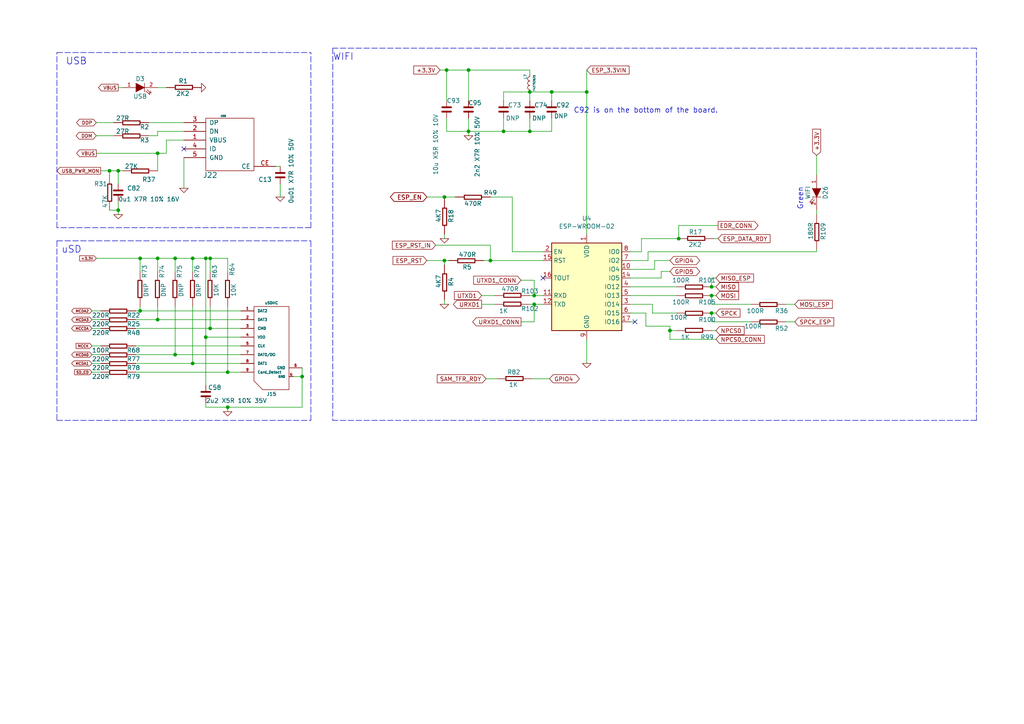
<source format=kicad_sch>
(kicad_sch (version 20211123) (generator eeschema)
  (paper "A4")
  (title_block (title "Duet 2") (date "2023-04-06") (rev "1.06") (company "Duet3D") (comment 1 "https://github.com/T3P3/Duet/blob/master/LICENSE"))
  (lib_symbols
    (symbol "Duet3:uSD_Socket" (pin_names (offset 1.016))
      (property "Reference" "J" (at 0 -12.7 0))
      (property "Value" "uSD_Socket" (at 1.27 13.97 0))
      (symbol "uSD_Socket_0_1"
        (polyline (pts (xy 6.35 12.7) (xy -3.81 12.7) (xy -3.81 -8.89) (xy -1.27 -11.43) (xy 6.35 -11.43) (xy 6.35 12.7) (xy 6.35 12.7)) (stroke (width 0.1524)))
      )
      (symbol "uSD_Socket_1_1"
        (pin bidirectional line (at -7.62 11.43 0) (length 3.81) (name "DAT2") (number "1"))
        (pin bidirectional line (at -7.62 8.89 0) (length 3.81) (name "DAT3") (number "2"))
        (pin input line (at -7.62 6.35 0) (length 3.81) (name "CMD") (number "3"))
        (pin power_in line (at -7.62 3.81 0) (length 3.81) (name "VDD") (number "4"))
        (pin input line (at -7.62 1.27 0) (length 3.81) (name "CLK") (number "5"))
        (pin power_in line (at 10.16 -5.08 180) (length 3.81) (name "GND") (number "6"))
        (pin bidirectional line (at -7.62 -1.27 0) (length 3.81) (name "DAT0/DO") (number "7"))
        (pin bidirectional line (at -7.62 -3.81 0) (length 3.81) (name "DAT1") (number "8"))
        (pin passive line (at -7.62 -6.35 0) (length 3.81) (name "Card_Detect") (number "9"))
        (pin power_in line (at 7.62 -7.62 180) (length 1.27) (name "GND") (number "G"))
      )
    )
    (symbol "DuetWifi:C_SMALL" (pin_numbers hide) (pin_names (offset 0.254))
      (property "Reference" "C" (at 0.635 1.905 0))
      (property "Value" "C_SMALL" (at 0 -1.905 0))
      (symbol "C_SMALL_0_1"
        (polyline (pts (xy -1.27 -0.635) (xy 1.27 -0.635)) (stroke (width 0.508)))
        (polyline (pts (xy -1.27 0.635) (xy 1.27 0.635)) (stroke (width 0.508)))
      )
      (symbol "C_SMALL_1_1"
        (pin passive line (at 0 2.54 270) (length 1.905) (name "~") (number "1"))
        (pin passive line (at 0 -2.54 90) (length 1.905) (name "~") (number "2"))
      )
    )
    (symbol "DuetWifi:GND" (power) (pin_names (offset 0))
      (symbol "GND_0_1"
        (polyline (pts (xy -1.27 0) (xy 0 -1.27) (xy 1.27 0) (xy -1.27 0)))
      )
      (symbol "GND_1_1"
        (pin power_in line (at 0 0 90) (length 0) hide (name "GND") (number "1"))
      )
    )
    (symbol "DuetWifi:LED" (pin_names (offset 1.016) hide)
      (property "Reference" "D" (at 0 2.54 0))
      (property "Value" "LED" (at 0 -2.54 0))
      (symbol "LED_0_1"
        (polyline (pts (xy 1.27 1.27) (xy 1.27 -1.27)))
        (polyline (pts (xy -1.27 1.27) (xy 1.27 0) (xy -1.27 -1.27)) (fill (type outline)))
        (polyline (pts (xy 1.651 -1.016) (xy 2.794 -2.032) (xy 2.667 -1.397)))
        (polyline (pts (xy 2.032 -0.635) (xy 3.175 -1.651) (xy 3.048 -1.016)))
      )
      (symbol "LED_1_1"
        (pin passive line (at -5.08 0 0) (length 3.81) (name "A") (number "1"))
        (pin passive line (at 5.08 0 180) (length 3.81) (name "K") (number "2"))
      )
    )
    (symbol "DuetWifi:L_MINI" (pin_numbers hide) (pin_names (offset 0) hide)
      (property "Reference" "L" (at -1.905 -1.27 0))
      (property "Value" "L_MINI" (at 0 1.27 0))
      (symbol "L_MINI_0_1"
        (arc (start -1.905 0) (mid -1.27 -0.635) (end -0.635 0))
        (arc (start -0.635 0) (mid 0 -0.635) (end 0.635 0))
        (arc (start 0.635 0) (mid 1.27 -0.635) (end 1.905 0))
      )
      (symbol "L_MINI_1_1"
        (pin passive line (at -2.54 0 0) (length 0.635) (name "A") (number "1"))
        (pin passive line (at 2.54 0 180) (length 0.635) (name "B") (number "2"))
      )
    )
    (symbol "DuetWifi:R_SMALL" (pin_numbers hide) (pin_names (offset 0))
      (property "Reference" "R" (at 1.905 0.2032 90))
      (property "Value" "R_SMALL" (at -1.7272 0.3048 90))
      (symbol "R_SMALL_0_1"
        (rectangle (start -0.508 2.4892) (end 0.635 -2.4892) (stroke (width 0.3048)))
      )
      (symbol "R_SMALL_1_1"
        (pin passive line (at 0 5.08 270) (length 2.54) (name "~") (number "1"))
        (pin passive line (at 0 -5.08 90) (length 2.54) (name "~") (number "2"))
      )
    )
    (symbol "DuetWifi:USBCONN-MicroB" (pin_names (offset 1.016))
      (property "Reference" "U" (at -7.62 -8.89 0))
      (property "Value" "USBCONN-MicroB" (at -3.81 8.255 0))
      (symbol "USBCONN-MicroB_0_1"
        (rectangle (start -8.89 7.62) (end 5.08 -7.62) (stroke (width 0.1524)))
      )
      (symbol "USBCONN-MicroB_1_1"
        (pin power_in line (at -15.24 1.27 0) (length 6.35) (name "VBUS") (number "1"))
        (pin bidirectional line (at -15.24 3.81 0) (length 6.35) (name "DN") (number "2"))
        (pin bidirectional line (at -15.24 6.35 0) (length 6.35) (name "DP") (number "3"))
        (pin power_in line (at -15.24 -1.27 0) (length 6.35) (name "ID") (number "4"))
        (pin power_in line (at -15.24 -3.81 0) (length 6.35) (name "GND") (number "5"))
        (pin power_in line (at 11.43 -6.35 180) (length 6.35) (name "CE") (number "CE"))
      )
    )
    (symbol "RF_Module:ESP-WROOM-02"
      (property "Reference" "U" (at -7.62 13.97 0))
      (property "Value" "ESP-WROOM-02" (at 10.16 13.97 0))
      (symbol "ESP-WROOM-02_0_1"
        (rectangle (start 10.16 12.7) (end -10.16 -12.7) (stroke (width 0.254)) (fill (type background)))
      )
      (symbol "ESP-WROOM-02_1_1"
        (pin power_in line (at 0 15.24 270) (length 2.54) (name "VDD") (number "1"))
        (pin bidirectional line (at 12.7 5.08 180) (length 2.54) (name "IO4") (number "10"))
        (pin bidirectional line (at -12.7 -2.54 0) (length 2.54) (name "RXD") (number "11"))
        (pin bidirectional line (at -12.7 -5.08 0) (length 2.54) (name "TXD") (number "12"))
        (pin passive line (at 0 -15.24 90) (length 2.54) hide (name "GND") (number "13"))
        (pin bidirectional line (at 12.7 2.54 180) (length 2.54) (name "IO5") (number "14"))
        (pin input line (at -12.7 7.62 0) (length 2.54) (name "RST") (number "15"))
        (pin input line (at -12.7 2.54 0) (length 2.54) (name "TOUT") (number "16"))
        (pin bidirectional line (at 12.7 -10.16 180) (length 2.54) (name "IO16") (number "17"))
        (pin passive line (at 0 -15.24 90) (length 2.54) hide (name "GND") (number "18"))
        (pin passive line (at 0 -15.24 90) (length 2.54) hide (name "GND") (number "19"))
        (pin input line (at -12.7 10.16 0) (length 2.54) (name "EN") (number "2"))
        (pin bidirectional line (at 12.7 -5.08 180) (length 2.54) (name "IO14") (number "3"))
        (pin bidirectional line (at 12.7 0 180) (length 2.54) (name "IO12") (number "4"))
        (pin bidirectional line (at 12.7 -2.54 180) (length 2.54) (name "IO13") (number "5"))
        (pin bidirectional line (at 12.7 -7.62 180) (length 2.54) (name "IO15") (number "6"))
        (pin bidirectional line (at 12.7 7.62 180) (length 2.54) (name "IO2") (number "7"))
        (pin bidirectional line (at 12.7 10.16 180) (length 2.54) (name "IO0") (number "8"))
        (pin power_in line (at 0 -15.24 90) (length 2.54) (name "GND") (number "9"))
      )
    )
  )
  (junction (at 40.64 90.17))
  (junction (at 55.88 105.41))
  (junction (at 206.375 85.725))
  (junction (at 59.69 74.93))
  (junction (at 87.63 109.22))
  (junction (at 142.24 75.565))
  (junction (at 154.94 85.725))
  (junction (at 45.72 44.45))
  (junction (at 34.29 49.53))
  (junction (at 196.85 69.215))
  (junction (at 128.905 57.15))
  (junction (at 50.8 74.93))
  (junction (at 45.72 74.93))
  (junction (at 66.04 118.11))
  (junction (at 60.96 74.93))
  (junction (at 135.89 38.1))
  (junction (at 135.89 20.32))
  (junction (at 66.04 107.95))
  (junction (at 153.67 38.1))
  (junction (at 59.69 97.79))
  (junction (at 45.72 92.71))
  (junction (at 55.88 74.93))
  (junction (at 153.67 26.67))
  (junction (at 128.905 75.565))
  (junction (at 170.18 26.67))
  (junction (at 146.05 38.1))
  (junction (at 206.375 90.805))
  (junction (at 160.02 26.67))
  (junction (at 154.94 88.265))
  (junction (at 31.75 49.53))
  (junction (at 60.96 95.25))
  (junction (at 50.8 102.87))
  (junction (at 40.64 74.93))
  (junction (at 206.375 83.185))
  (junction (at 194.31 95.885))
  (junction (at 129.54 20.32))
  (junction (at 34.29 60.96))
  (no_connect (at 53.34 43.18))
  (no_connect (at 184.15 93.345))
  (no_connect (at 157.48 80.645))
  (wire (pts (xy 170.18 67.945) (xy 170.18 26.67)))
  (wire (pts (xy 66.04 74.93) (xy 66.04 78.74)))
  (wire (pts (xy 170.18 20.32) (xy 170.18 26.67)))
  (wire (pts (xy 127.635 20.32) (xy 129.54 20.32)))
  (wire (pts (xy 50.8 102.87) (xy 50.8 88.9)))
  (wire (pts (xy 50.8 74.93) (xy 55.88 74.93)))
  (polyline (pts (xy 283.21 121.92) (xy 283.21 13.97)))
  (wire (pts (xy 27.94 39.37) (xy 33.02 39.37)))
  (wire (pts (xy 230.505 88.265) (xy 227.965 88.265)))
  (wire (pts (xy 39.37 105.41) (xy 55.88 105.41)))
  (wire (pts (xy 129.54 29.21) (xy 129.54 20.32)))
  (wire (pts (xy 60.96 74.93) (xy 60.96 78.74)))
  (wire (pts (xy 159.385 109.855) (xy 154.305 109.855)))
  (wire (pts (xy 39.37 102.87) (xy 50.8 102.87)))
  (wire (pts (xy 50.8 102.87) (xy 69.85 102.87)))
  (wire (pts (xy 187.96 73.025) (xy 236.855 73.025)))
  (wire (pts (xy 59.69 97.79) (xy 59.69 111.76)))
  (wire (pts (xy 153.67 38.1) (xy 160.02 38.1)))
  (wire (pts (xy 182.88 90.805) (xy 187.325 90.805)))
  (wire (pts (xy 27.94 35.56) (xy 33.02 35.56)))
  (wire (pts (xy 66.04 107.95) (xy 69.85 107.95)))
  (wire (pts (xy 129.54 20.32) (xy 135.89 20.32)))
  (wire (pts (xy 26.67 107.95) (xy 29.21 107.95)))
  (wire (pts (xy 236.855 73.025) (xy 236.855 72.39)))
  (wire (pts (xy 206.375 90.805) (xy 207.645 90.805)))
  (wire (pts (xy 135.89 38.1) (xy 146.05 38.1)))
  (wire (pts (xy 135.89 20.32) (xy 153.67 20.32)))
  (wire (pts (xy 43.18 35.56) (xy 53.34 35.56)))
  (wire (pts (xy 31.75 49.53) (xy 34.29 49.53)))
  (wire (pts (xy 153.67 29.21) (xy 153.67 26.67)))
  (wire (pts (xy 189.865 75.565) (xy 194.31 75.565)))
  (wire (pts (xy 34.29 60.96) (xy 31.75 60.96)))
  (wire (pts (xy 45.72 92.71) (xy 45.72 88.9)))
  (wire (pts (xy 189.23 90.805) (xy 196.215 90.805)))
  (wire (pts (xy 128.905 75.565) (xy 130.175 75.565)))
  (wire (pts (xy 39.37 92.71) (xy 45.72 92.71)))
  (wire (pts (xy 135.89 38.1) (xy 129.54 38.1)))
  (polyline (pts (xy 283.21 13.97) (xy 96.52 13.97)))
  (wire (pts (xy 81.28 48.26) (xy 80.01 48.26)))
  (wire (pts (xy 60.96 74.93) (xy 66.04 74.93)))
  (wire (pts (xy 230.505 93.345) (xy 227.965 93.345)))
  (wire (pts (xy 59.69 74.93) (xy 60.96 74.93)))
  (wire (pts (xy 26.67 102.87) (xy 29.21 102.87)))
  (wire (pts (xy 206.375 88.265) (xy 206.375 85.725)))
  (wire (pts (xy 27.94 44.45) (xy 45.72 44.45)))
  (wire (pts (xy 186.055 73.025) (xy 182.88 73.025)))
  (wire (pts (xy 59.69 118.11) (xy 66.04 118.11)))
  (wire (pts (xy 154.94 88.265) (xy 157.48 88.265)))
  (wire (pts (xy 142.24 71.12) (xy 142.24 75.565)))
  (wire (pts (xy 40.64 74.93) (xy 40.64 78.74)))
  (wire (pts (xy 182.88 83.185) (xy 196.215 83.185)))
  (wire (pts (xy 132.08 57.15) (xy 128.905 57.15)))
  (wire (pts (xy 154.94 85.725) (xy 157.48 85.725)))
  (wire (pts (xy 81.28 57.15) (xy 81.28 53.34)))
  (wire (pts (xy 128.905 88.265) (xy 128.905 86.995)))
  (wire (pts (xy 69.85 97.79) (xy 59.69 97.79)))
  (wire (pts (xy 60.96 95.25) (xy 69.85 95.25)))
  (wire (pts (xy 206.375 83.185) (xy 207.645 83.185)))
  (wire (pts (xy 194.31 95.885) (xy 194.31 94.615)))
  (wire (pts (xy 146.05 38.1) (xy 153.67 38.1)))
  (wire (pts (xy 45.72 92.71) (xy 69.85 92.71)))
  (wire (pts (xy 191.77 80.645) (xy 182.88 80.645)))
  (wire (pts (xy 236.855 62.23) (xy 236.855 60.96)))
  (wire (pts (xy 186.055 69.215) (xy 196.85 69.215)))
  (wire (pts (xy 55.88 74.93) (xy 59.69 74.93)))
  (wire (pts (xy 53.34 54.61) (xy 53.34 45.72)))
  (wire (pts (xy 26.67 105.41) (xy 29.21 105.41)))
  (wire (pts (xy 45.72 25.4) (xy 48.26 25.4)))
  (wire (pts (xy 153.67 34.29) (xy 153.67 38.1)))
  (wire (pts (xy 34.29 60.96) (xy 34.29 62.23)))
  (wire (pts (xy 194.31 95.885) (xy 196.215 95.885)))
  (wire (pts (xy 194.31 78.74) (xy 191.77 78.74)))
  (wire (pts (xy 59.69 74.93) (xy 59.69 97.79)))
  (wire (pts (xy 129.54 38.1) (xy 129.54 34.29)))
  (wire (pts (xy 207.645 80.645) (xy 206.375 80.645)))
  (wire (pts (xy 26.67 92.71) (xy 29.21 92.71)))
  (wire (pts (xy 153.67 26.67) (xy 160.02 26.67)))
  (wire (pts (xy 148.59 57.15) (xy 148.59 73.025)))
  (wire (pts (xy 66.04 118.11) (xy 87.63 118.11)))
  (polyline (pts (xy 96.52 13.97) (xy 96.52 121.92)))
  (wire (pts (xy 45.72 44.45) (xy 45.72 49.53)))
  (wire (pts (xy 26.67 100.33) (xy 29.21 100.33)))
  (wire (pts (xy 206.375 93.345) (xy 206.375 90.805)))
  (wire (pts (xy 194.31 98.425) (xy 194.31 95.885)))
  (wire (pts (xy 48.26 40.64) (xy 48.26 44.45)))
  (wire (pts (xy 148.59 73.025) (xy 157.48 73.025)))
  (polyline (pts (xy 16.51 69.85) (xy 90.17 69.85)))
  (wire (pts (xy 187.325 90.805) (xy 187.325 94.615)))
  (wire (pts (xy 39.37 107.95) (xy 66.04 107.95)))
  (wire (pts (xy 40.64 90.17) (xy 69.85 90.17)))
  (wire (pts (xy 55.88 105.41) (xy 69.85 105.41)))
  (wire (pts (xy 135.89 20.32) (xy 135.89 29.21)))
  (wire (pts (xy 34.29 49.53) (xy 35.56 49.53)))
  (wire (pts (xy 154.94 93.345) (xy 154.94 88.265)))
  (wire (pts (xy 182.88 78.105) (xy 189.865 78.105)))
  (wire (pts (xy 146.05 26.67) (xy 153.67 26.67)))
  (wire (pts (xy 144.145 109.855) (xy 140.97 109.855)))
  (wire (pts (xy 126.365 71.12) (xy 142.24 71.12)))
  (wire (pts (xy 142.24 75.565) (xy 140.335 75.565)))
  (wire (pts (xy 45.72 44.45) (xy 48.26 44.45)))
  (wire (pts (xy 45.72 39.37) (xy 43.18 39.37)))
  (wire (pts (xy 139.7 85.725) (xy 143.51 85.725)))
  (wire (pts (xy 194.31 98.425) (xy 207.645 98.425)))
  (wire (pts (xy 34.29 49.53) (xy 34.29 53.34)))
  (polyline (pts (xy 283.21 121.92) (xy 96.52 121.92)))
  (polyline (pts (xy 16.51 69.85) (xy 16.51 121.92)))
  (wire (pts (xy 39.37 95.25) (xy 60.96 95.25)))
  (wire (pts (xy 87.63 118.11) (xy 87.63 109.22)))
  (wire (pts (xy 87.63 109.22) (xy 87.63 106.68)))
  (wire (pts (xy 128.905 57.15) (xy 123.825 57.15)))
  (wire (pts (xy 29.21 90.17) (xy 26.67 90.17)))
  (wire (pts (xy 146.05 26.67) (xy 146.05 29.21)))
  (wire (pts (xy 194.31 94.615) (xy 187.325 94.615)))
  (wire (pts (xy 66.04 119.38) (xy 66.04 118.11)))
  (wire (pts (xy 186.055 69.215) (xy 186.055 73.025)))
  (wire (pts (xy 85.09 109.22) (xy 87.63 109.22)))
  (polyline (pts (xy 16.51 121.92) (xy 90.17 121.92)))
  (polyline (pts (xy 16.51 15.24) (xy 90.17 15.24)))
  (wire (pts (xy 45.72 38.1) (xy 45.72 39.37)))
  (wire (pts (xy 135.89 34.29) (xy 135.89 38.1)))
  (wire (pts (xy 31.75 50.8) (xy 31.75 49.53)))
  (wire (pts (xy 160.02 26.67) (xy 160.02 29.21)))
  (wire (pts (xy 207.645 95.885) (xy 206.375 95.885)))
  (wire (pts (xy 128.905 76.835) (xy 128.905 75.565)))
  (wire (pts (xy 142.24 75.565) (xy 157.48 75.565)))
  (wire (pts (xy 40.64 90.17) (xy 40.64 88.9)))
  (wire (pts (xy 154.94 81.28) (xy 154.94 85.725)))
  (wire (pts (xy 196.85 69.215) (xy 196.85 65.405)))
  (wire (pts (xy 29.21 49.53) (xy 31.75 49.53)))
  (wire (pts (xy 217.805 93.345) (xy 206.375 93.345)))
  (wire (pts (xy 189.23 90.805) (xy 189.23 88.265)))
  (wire (pts (xy 217.805 88.265) (xy 206.375 88.265)))
  (wire (pts (xy 128.905 69.215) (xy 128.905 67.945)))
  (wire (pts (xy 66.04 88.9) (xy 66.04 107.95)))
  (wire (pts (xy 40.64 74.93) (xy 45.72 74.93)))
  (wire (pts (xy 189.23 88.265) (xy 182.88 88.265)))
  (wire (pts (xy 55.88 74.93) (xy 55.88 78.74)))
  (wire (pts (xy 27.94 74.93) (xy 40.64 74.93)))
  (wire (pts (xy 160.02 26.67) (xy 170.18 26.67)))
  (wire (pts (xy 50.8 74.93) (xy 50.8 78.74)))
  (polyline (pts (xy 90.17 66.04) (xy 90.17 15.24)))
  (wire (pts (xy 59.69 118.11) (xy 59.69 116.84)))
  (wire (pts (xy 39.37 100.33) (xy 69.85 100.33)))
  (wire (pts (xy 45.72 74.93) (xy 50.8 74.93)))
  (wire (pts (xy 191.77 78.74) (xy 191.77 80.645)))
  (wire (pts (xy 153.67 88.265) (xy 154.94 88.265)))
  (wire (pts (xy 153.67 85.725) (xy 154.94 85.725)))
  (wire (pts (xy 184.15 93.345) (xy 182.88 93.345)))
  (wire (pts (xy 206.375 83.185) (xy 206.375 80.645)))
  (wire (pts (xy 135.89 38.1) (xy 135.89 39.37)))
  (wire (pts (xy 182.88 85.725) (xy 196.215 85.725)))
  (wire (pts (xy 196.85 65.405) (xy 208.28 65.405)))
  (wire (pts (xy 139.7 88.265) (xy 143.51 88.265)))
  (wire (pts (xy 39.37 90.17) (xy 40.64 90.17)))
  (wire (pts (xy 45.72 74.93) (xy 45.72 78.74)))
  (polyline (pts (xy 90.17 121.92) (xy 90.17 69.85)))
  (wire (pts (xy 123.825 75.565) (xy 128.905 75.565)))
  (wire (pts (xy 35.56 25.4) (xy 34.29 25.4)))
  (wire (pts (xy 53.34 38.1) (xy 45.72 38.1)))
  (wire (pts (xy 187.96 75.565) (xy 187.96 73.025)))
  (wire (pts (xy 153.67 20.32) (xy 153.67 21.59)))
  (wire (pts (xy 60.96 88.9) (xy 60.96 95.25)))
  (wire (pts (xy 207.01 69.215) (xy 208.28 69.215)))
  (wire (pts (xy 189.865 78.105) (xy 189.865 75.565)))
  (wire (pts (xy 34.29 58.42) (xy 34.29 60.96)))
  (polyline (pts (xy 90.17 66.04) (xy 16.51 66.04)))
  (wire (pts (xy 182.88 75.565) (xy 187.96 75.565)))
  (wire (pts (xy 128.905 57.15) (xy 128.905 57.785)))
  (wire (pts (xy 151.13 81.28) (xy 154.94 81.28)))
  (wire (pts (xy 53.34 40.64) (xy 48.26 40.64)))
  (wire (pts (xy 55.88 105.41) (xy 55.88 88.9)))
  (wire (pts (xy 160.02 38.1) (xy 160.02 34.29)))
  (wire (pts (xy 146.05 34.29) (xy 146.05 38.1)))
  (wire (pts (xy 206.375 85.725) (xy 207.645 85.725)))
  (wire (pts (xy 26.67 95.25) (xy 29.21 95.25)))
  (wire (pts (xy 236.855 45.085) (xy 236.855 50.8)))
  (wire (pts (xy 142.24 57.15) (xy 148.59 57.15)))
  (wire (pts (xy 151.13 93.345) (xy 154.94 93.345)))
  (wire (pts (xy 170.18 98.425) (xy 170.18 105.41)))
  (polyline (pts (xy 16.51 66.04) (xy 16.51 15.24)))
  (text "C92 is on the bottom of the board." (at 166.37 33.02 0) (effects (font (size 1.524 1.524)) (justify left bottom)))
  (text "uSD" (at 17.78 73.66 0) (effects (font (size 2.0066 2.0066)) (justify left bottom)))
  (text "Green" (at 233.045 60.96 90) (effects (font (size 1.524 1.524)) (justify left bottom)))
  (text "USB" (at 19.05 19.05 0) (effects (font (size 2.0066 2.0066)) (justify left bottom)))
  (text "WIFI" (at 96.52 17.78 0) (effects (font (size 2.0066 2.0066)) (justify left bottom)))
  (global_label "VBUS" (shape output) (at 27.94 44.45 180) (effects (font (size 0.9906 0.9906))) (property "Intersheet References" "${INTERSHEET_REFS}" (effects hide)))
  (global_label "MCCK" (shape input) (at 26.67 100.33 180) (effects (font (size 0.762 0.762))) (property "Intersheet References" "${INTERSHEET_REFS}" (effects hide)))
  (global_label "SAM_TFR_RDY" (shape input) (at 140.97 109.855 180) (effects (font (size 1.1938 1.1938))) (property "Intersheet References" "${INTERSHEET_REFS}" (effects hide)))
  (global_label "ESP_3.3VIN" (shape input) (at 170.18 20.32 0) (effects (font (size 1.1938 1.1938))) (property "Intersheet References" "${INTERSHEET_REFS}" (effects hide)))
  (global_label "UTXD1_CONN" (shape input) (at 151.13 81.28 180) (effects (font (size 1.1938 1.1938))) (property "Intersheet References" "${INTERSHEET_REFS}" (effects hide)))
  (global_label "MISO" (shape input) (at 207.645 83.185 0) (effects (font (size 1.1938 1.1938))) (property "Intersheet References" "${INTERSHEET_REFS}" (effects hide)))
  (global_label "+3.3V" (shape input) (at 127.635 20.32 180) (effects (font (size 1.1938 1.1938))) (property "Intersheet References" "${INTERSHEET_REFS}" (effects hide)))
  (global_label "ESP_EN" (shape bidirectional) (at 123.825 57.15 180) (property "Intersheet References" "${INTERSHEET_REFS}" (effects hide)))
  (global_label "EDR_CONN" (shape output) (at 208.28 65.405 0) (effects (font (size 1.1938 1.1938))) (property "Intersheet References" "${INTERSHEET_REFS}" (effects hide)))
  (global_label "SD_CD" (shape input) (at 26.67 107.95 180) (effects (font (size 0.762 0.762))) (property "Intersheet References" "${INTERSHEET_REFS}" (effects hide)))
  (global_label "ESP_EN" (shape bidirectional) (at 123.825 57.15 180) (property "Intersheet References" "${INTERSHEET_REFS}" (effects hide)))
  (global_label "+3.3V" (shape input) (at 236.855 45.085 90) (effects (font (size 1.1938 1.1938))) (property "Intersheet References" "${INTERSHEET_REFS}" (effects hide)))
  (global_label "MISO_ESP" (shape input) (at 207.645 80.645 0) (effects (font (size 1.1938 1.1938))) (property "Intersheet References" "${INTERSHEET_REFS}" (effects hide)))
  (global_label "MOSI" (shape input) (at 207.645 85.725 0) (effects (font (size 1.1938 1.1938))) (property "Intersheet References" "${INTERSHEET_REFS}" (effects hide)))
  (global_label "MCDA0" (shape bidirectional) (at 26.67 102.87 180) (effects (font (size 0.762 0.762))) (property "Intersheet References" "${INTERSHEET_REFS}" (effects hide)))
  (global_label "+3.3V" (shape input) (at 27.94 74.93 180) (effects (font (size 0.762 0.762))) (property "Intersheet References" "${INTERSHEET_REFS}" (effects hide)))
  (global_label "MCDA2" (shape bidirectional) (at 26.67 90.17 180) (effects (font (size 0.762 0.762))) (property "Intersheet References" "${INTERSHEET_REFS}" (effects hide)))
  (global_label "URXD1_CONN" (shape output) (at 151.13 93.345 180) (effects (font (size 1.1938 1.1938))) (property "Intersheet References" "${INTERSHEET_REFS}" (effects hide)))
  (global_label "USB_PWR_MON" (shape output) (at 29.21 49.53 180) (effects (font (size 0.9906 0.9906))) (property "Intersheet References" "${INTERSHEET_REFS}" (effects hide)))
  (global_label "NPCS0" (shape input) (at 207.645 95.885 0) (effects (font (size 1.1938 1.1938))) (property "Intersheet References" "${INTERSHEET_REFS}" (effects hide)))
  (global_label "SPCK" (shape input) (at 207.645 90.805 0) (effects (font (size 1.1938 1.1938))) (property "Intersheet References" "${INTERSHEET_REFS}" (effects hide)))
  (global_label "MOSI_ESP" (shape input) (at 230.505 88.265 0) (effects (font (size 1.1938 1.1938))) (property "Intersheet References" "${INTERSHEET_REFS}" (effects hide)))
  (global_label "ESP_DATA_RDY" (shape input) (at 208.28 69.215 0) (effects (font (size 1.1938 1.1938))) (property "Intersheet References" "${INTERSHEET_REFS}" (effects hide)))
  (global_label "URXD1" (shape output) (at 139.7 88.265 180) (effects (font (size 1.1938 1.1938))) (property "Intersheet References" "${INTERSHEET_REFS}" (effects hide)))
  (global_label "UTXD1" (shape input) (at 139.7 85.725 180) (effects (font (size 1.1938 1.1938))) (property "Intersheet References" "${INTERSHEET_REFS}" (effects hide)))
  (global_label "ESP_RST_IN" (shape input) (at 126.365 71.12 180) (effects (font (size 1.1938 1.1938))) (property "Intersheet References" "${INTERSHEET_REFS}" (effects hide)))
  (global_label "MCCDA" (shape bidirectional) (at 26.67 95.25 180) (effects (font (size 0.762 0.762))) (property "Intersheet References" "${INTERSHEET_REFS}" (effects hide)))
  (global_label "GPIO5" (shape bidirectional) (at 194.31 78.74 0) (effects (font (size 1.1938 1.1938))) (property "Intersheet References" "${INTERSHEET_REFS}" (effects hide)))
  (global_label "MCDA3" (shape bidirectional) (at 26.67 92.71 180) (effects (font (size 0.762 0.762))) (property "Intersheet References" "${INTERSHEET_REFS}" (effects hide)))
  (global_label "ESP_RST" (shape input) (at 123.825 75.565 180) (effects (font (size 1.1938 1.1938))) (property "Intersheet References" "${INTERSHEET_REFS}" (effects hide)))
  (global_label "GPIO4" (shape bidirectional) (at 159.385 109.855 0) (effects (font (size 1.1938 1.1938))) (property "Intersheet References" "${INTERSHEET_REFS}" (effects hide)))
  (global_label "SPCK_ESP" (shape input) (at 230.505 93.345 0) (effects (font (size 1.1938 1.1938))) (property "Intersheet References" "${INTERSHEET_REFS}" (effects hide)))
  (global_label "VBUS" (shape output) (at 34.29 25.4 180) (effects (font (size 0.9906 0.9906))) (property "Intersheet References" "${INTERSHEET_REFS}" (effects hide)))
  (global_label "MCDA1" (shape bidirectional) (at 26.67 105.41 180) (effects (font (size 0.762 0.762))) (property "Intersheet References" "${INTERSHEET_REFS}" (effects hide)))
  (global_label "NPCS0_CONN" (shape input) (at 207.645 98.425 0) (effects (font (size 1.1938 1.1938))) (property "Intersheet References" "${INTERSHEET_REFS}" (effects hide)))
  (global_label "DDM" (shape bidirectional) (at 27.94 39.37 180) (effects (font (size 0.9906 0.9906))) (property "Intersheet References" "${INTERSHEET_REFS}" (effects hide)))
  (global_label "GPIO4" (shape bidirectional) (at 194.31 75.565 0) (effects (font (size 1.1938 1.1938))) (property "Intersheet References" "${INTERSHEET_REFS}" (effects hide)))
  (global_label "DDP" (shape bidirectional) (at 27.94 35.56 180) (effects (font (size 0.9906 0.9906))) (property "Intersheet References" "${INTERSHEET_REFS}" (effects hide)))
  (symbol (lib_id "DuetWifi:GND") (at 53.34 54.61 0) (unit 1)
    (property "Reference" "#PWR066" (effects hide))
    (property "Value" "GND" (effects hide))
  )
  (symbol (lib_id "DuetWifi:R_SMALL") (at 38.1 35.56 270) (unit 1)
    (property "Reference" "R2" (at 41.91 36.83 90))
    (property "Value" "27R" (at 35.56 34.29 90))
    (property "Footprint" "Resistor_SMD:R_0603_1608Metric_Wbry" (effects hide))
    (property "Part Number" "ERJ3EKF27R0V" (effects hide))
  )
  (symbol (lib_id "DuetWifi:R_SMALL") (at 38.1 39.37 270) (unit 1)
    (property "Reference" "R3" (at 41.91 40.64 90))
    (property "Value" "27R" (at 35.56 38.1 90))
    (property "Footprint" "Resistor_SMD:R_0603_1608Metric_Wbry" (effects hide))
    (property "Part Number" "ERJ3EKF27R0V" (effects hide))
  )
  (symbol (lib_id "DuetWifi:LED") (at 40.64 25.4 0) (unit 1)
    (property "Reference" "D3" (at 40.64 22.86 0))
    (property "Value" "USB" (at 40.64 27.94 0))
    (property "Footprint" "complib:D_0603" (effects hide))
    (property "Part Number" "150060RS75000" (effects hide))
  )
  (symbol (lib_id "DuetWifi:R_SMALL") (at 53.34 25.4 90) (unit 1)
    (property "Reference" "R1" (at 53.1368 23.495 90))
    (property "Value" "2K2" (at 53.0352 27.1272 90))
    (property "Footprint" "Resistor_SMD:R_0603_1608Metric_Wbry" (effects hide))
    (property "Part Number" "RMCF0603FT2K20" (effects hide))
  )
  (symbol (lib_id "DuetWifi:GND") (at 66.04 119.38 0) (unit 1)
    (property "Reference" "#PWR065" (effects hide))
    (property "Value" "GND" (effects hide))
  )
  (symbol (lib_id "DuetWifi:C_SMALL") (at 59.69 114.3 0) (unit 1)
    (property "Reference" "C58" (at 60.325 112.395 0) (effects (justify left)))
    (property "Value" "2u2 X5R 10% 35V" (at 59.69 116.205 0) (effects (justify left)))
    (property "Footprint" "Capacitor_SMD:C_0603_1608Metric_Wbry" (effects hide))
    (property "Part Number" "GRM188R6YA225KA12D" (effects hide))
  )
  (symbol (lib_id "DuetWifi:GND") (at 58.42 25.4 90) (unit 1)
    (property "Reference" "#PWR064" (effects hide))
    (property "Value" "GND" (effects hide))
  )
  (symbol (lib_id "DuetWifi:USBCONN-MicroB") (at 68.58 41.91 0) (unit 1)
    (property "Reference" "J22" (at 60.96 50.8 0) (effects (font (size 1.524 1.524))))
    (property "Value" "USB" (at 64.77 33.655 0) (effects (font (size 0.508 0.508))))
    (property "Footprint" "FE Footprints:uUSB_new" (effects hide))
    (property "Part Number" "10103594-0001LF" (effects hide))
  )
  (symbol (lib_id "DuetWifi:R_SMALL") (at 50.8 83.82 180) (unit 1)
    (property "Reference" "R75" (at 52.07 78.74 90))
    (property "Value" "DNP" (at 52.5272 84.1248 90))
    (property "Footprint" "Resistor_SMD:R_0603_1608Metric_Wbry" (effects hide))
    (property "Part Number" "DNP - 47K" (effects hide))
  )
  (symbol (lib_id "DuetWifi:R_SMALL") (at 55.88 83.82 180) (unit 1)
    (property "Reference" "R76" (at 57.15 78.74 90))
    (property "Value" "DNP" (at 57.6072 84.1248 90))
    (property "Footprint" "Resistor_SMD:R_0603_1608Metric_Wbry" (effects hide))
    (property "Part Number" "DNP - 47K" (effects hide))
  )
  (symbol (lib_id "DuetWifi:R_SMALL") (at 45.72 83.82 180) (unit 1)
    (property "Reference" "R74" (at 46.99 78.74 90))
    (property "Value" "DNP" (at 47.4472 84.1248 90))
    (property "Footprint" "Resistor_SMD:R_0603_1608Metric_Wbry" (effects hide))
    (property "Part Number" "DNP - 47K" (effects hide))
  )
  (symbol (lib_id "DuetWifi:R_SMALL") (at 40.64 83.82 180) (unit 1)
    (property "Reference" "R73" (at 41.91 78.74 90))
    (property "Value" "DNP" (at 42.3672 84.1248 90))
    (property "Footprint" "Resistor_SMD:R_0603_1608Metric_Wbry" (effects hide))
    (property "Part Number" "DNP - 47K" (effects hide))
  )
  (symbol (lib_id "DuetWifi:R_SMALL") (at 66.04 83.82 180) (unit 1)
    (property "Reference" "R64" (at 67.31 78.105 90))
    (property "Value" "10K" (at 67.7672 84.1248 90))
    (property "Footprint" "Resistor_SMD:R_0603_1608Metric_Wbry" (effects hide))
    (property "Part Number" "RMCF0603FT10K0" (effects hide))
  )
  (symbol (lib_id "DuetWifi:R_SMALL") (at 60.96 83.82 180) (unit 1)
    (property "Reference" "R63" (at 62.23 78.74 90))
    (property "Value" "10K" (at 62.6872 84.1248 90))
    (property "Footprint" "Resistor_SMD:R_0603_1608Metric_Wbry" (effects hide))
    (property "Part Number" "RMCF0603FT10K0" (effects hide))
  )
  (symbol (lib_id "DuetWifi:GND") (at 81.28 57.15 0) (unit 1)
    (property "Reference" "#PWR063" (effects hide))
    (property "Value" "GND" (effects hide))
  )
  (symbol (lib_id "DuetWifi:R_SMALL") (at 128.905 81.915 0) (unit 1)
    (property "Reference" "R4" (at 130.81 81.7118 90))
    (property "Value" "4K7" (at 127.1778 81.6102 90))
    (property "Footprint" "Resistor_SMD:R_0603_1608Metric_Wbry" (effects hide))
    (property "Part Number" "ERJ3EKF4701V" (effects hide))
  )
  (symbol (lib_id "DuetWifi:GND") (at 128.905 88.265 0) (unit 1)
    (property "Reference" "#PWR067" (effects hide))
    (property "Value" "GND" (effects hide))
  )
  (symbol (lib_id "DuetWifi:R_SMALL") (at 34.29 100.33 270) (unit 1)
    (property "Reference" "R68" (at 38.735 101.6 90))
    (property "Value" "100R" (at 29.21 101.6 90))
    (property "Footprint" "Resistor_SMD:R_0603_1608Metric_Wbry" (effects hide))
    (property "Part Number" "ERJ3EKF1000V" (effects hide))
  )
  (symbol (lib_id "DuetWifi:R_SMALL") (at 34.29 102.87 270) (unit 1)
    (property "Reference" "R77" (at 38.735 104.14 90))
    (property "Value" "220R" (at 29.21 104.14 90))
    (property "Footprint" "Resistor_SMD:R_0603_1608Metric_Wbry" (effects hide))
    (property "Part Number" "ERJ3EKF2200V" (effects hide))
  )
  (symbol (lib_id "DuetWifi:R_SMALL") (at 34.29 105.41 270) (unit 1)
    (property "Reference" "R78" (at 38.735 106.68 90))
    (property "Value" "220R" (at 29.21 106.68 90))
    (property "Footprint" "Resistor_SMD:R_0603_1608Metric_Wbry" (effects hide))
    (property "Part Number" "ERJ3EKF2200V" (effects hide))
  )
  (symbol (lib_id "DuetWifi:R_SMALL") (at 34.29 107.95 270) (unit 1)
    (property "Reference" "R79" (at 38.735 109.22 90))
    (property "Value" "220R" (at 29.21 109.22 90))
    (property "Footprint" "Resistor_SMD:R_0603_1608Metric_Wbry" (effects hide))
    (property "Part Number" "ERJ3EKF2200V" (effects hide))
  )
  (symbol (lib_id "DuetWifi:R_SMALL") (at 34.29 95.25 270) (unit 1)
    (property "Reference" "R48" (at 38.735 96.52 90))
    (property "Value" "220R" (at 29.21 96.52 90))
    (property "Footprint" "Resistor_SMD:R_0603_1608Metric_Wbry" (effects hide))
    (property "Part Number" "ERJ3EKF2200V" (effects hide))
  )
  (symbol (lib_id "DuetWifi:R_SMALL") (at 34.29 92.71 270) (unit 1)
    (property "Reference" "R25" (at 38.735 93.98 90))
    (property "Value" "220R" (at 29.21 93.98 90))
    (property "Footprint" "Resistor_SMD:R_0603_1608Metric_Wbry" (effects hide))
    (property "Part Number" "ERJ3EKF2200V" (effects hide))
  )
  (symbol (lib_id "DuetWifi:R_SMALL") (at 34.29 90.17 270) (unit 1)
    (property "Reference" "R22" (at 38.735 91.44 90))
    (property "Value" "220R" (at 29.21 91.44 90))
    (property "Footprint" "Resistor_SMD:R_0603_1608Metric_Wbry" (effects hide))
    (property "Part Number" "ERJ3EKF2200V" (effects hide))
  )
  (symbol (lib_id "DuetWifi:C_SMALL") (at 81.28 50.8 0) (unit 1)
    (property "Reference" "C13" (at 74.93 52.07 0) (effects (justify left)))
    (property "Value" "0u01 X7R 10% 50V" (at 84.455 59.055 90) (effects (justify left)))
    (property "Footprint" "Capacitor_SMD:C_0603_1608Metric_Wbry" (effects hide))
    (property "Part Number" "CL10B103KB8NNNC" (effects hide))
  )
  (symbol (lib_id "DuetWifi:R_SMALL") (at 201.93 69.215 90) (unit 1)
    (property "Reference" "R17" (at 201.7268 67.31 90))
    (property "Value" "2K2" (at 201.6252 70.9422 90))
    (property "Footprint" "Resistor_SMD:R_0603_1608Metric_Wbry" (effects hide))
    (property "Part Number" "RMCF0603FT2K20" (effects hide))
  )
  (symbol (lib_id "DuetWifi:R_SMALL") (at 149.225 109.855 90) (unit 1)
    (property "Reference" "R82" (at 149.0218 107.95 90))
    (property "Value" "1K" (at 148.9202 111.5822 90))
    (property "Footprint" "Resistor_SMD:R_0603_1608Metric_Wbry" (effects hide))
    (property "Part Number" "ERJ3EKF1001V" (effects hide))
  )
  (symbol (lib_id "DuetWifi:R_SMALL") (at 201.295 95.885 90) (unit 1)
    (property "Reference" "R99" (at 205.105 97.79 90))
    (property "Value" "1K" (at 198.755 97.79 90))
    (property "Footprint" "Resistor_SMD:R_0603_1608Metric_Wbry" (effects hide))
    (property "Part Number" "ERJ3EKF1001V" (effects hide))
  )
  (symbol (lib_id "DuetWifi:R_SMALL") (at 148.59 88.265 270) (mirror x) (unit 1)
    (property "Reference" "R102" (at 153.67 89.535 90))
    (property "Value" "1K" (at 146.05 90.17 90))
    (property "Footprint" "Resistor_SMD:R_0603_1608Metric_Wbry" (effects hide))
    (property "Part Number" "ERJ3EKF1001V" (effects hide))
  )
  (symbol (lib_id "DuetWifi:R_SMALL") (at 148.59 85.725 270) (mirror x) (unit 1)
    (property "Reference" "R103" (at 153.67 84.455 90))
    (property "Value" "470R" (at 147.955 83.82 90))
    (property "Footprint" "Resistor_SMD:R_0603_1608Metric_Wbry" (effects hide))
    (property "Part Number" "RC0603FR-07470RL" (effects hide))
  )
  (symbol (lib_id "DuetWifi:C_SMALL") (at 129.54 31.75 0) (unit 1)
    (property "Reference" "C93" (at 129.54 29.21 0) (effects (justify left)))
    (property "Value" "10u X5R 10% 10V" (at 126.365 50.8 90) (effects (justify left)))
    (property "Footprint" "Capacitor_SMD:C_0805_2012Metric" (effects hide))
    (property "Part Number" "CL21A106KPFNNNE" (effects hide))
  )
  (symbol (lib_id "DuetWifi:R_SMALL") (at 40.64 49.53 270) (unit 1)
    (property "Reference" "R37" (at 43.18 52.07 90))
    (property "Value" "27K" (at 38.1 48.26 90))
    (property "Footprint" "Resistor_SMD:R_0603_1608Metric_Wbry" (effects hide))
    (property "Part Number" "RC0603FR-0727KL" (effects hide))
  )
  (symbol (lib_id "DuetWifi:R_SMALL") (at 31.75 55.88 0) (unit 1)
    (property "Reference" "R31" (at 29.21 53.34 0))
    (property "Value" "47K" (at 30.48 58.42 90))
    (property "Footprint" "Resistor_SMD:R_0603_1608Metric_Wbry" (effects hide))
    (property "Part Number" "CR0603-FX-4702ELF" (effects hide))
  )
  (symbol (lib_id "DuetWifi:C_SMALL") (at 34.29 55.88 0) (unit 1)
    (property "Reference" "C82" (at 36.83 54.61 0) (effects (justify left)))
    (property "Value" "0u1 X7R 10% 16V" (at 34.29 57.785 0) (effects (justify left)))
    (property "Footprint" "Capacitor_SMD:C_0603_1608Metric_Wbry" (effects hide))
    (property "Part Number" "CL10B104KO8NNNC" (effects hide))
  )
  (symbol (lib_id "DuetWifi:GND") (at 34.29 62.23 0) (unit 1)
    (property "Reference" "#PWR072" (effects hide))
    (property "Value" "GND" (effects hide))
  )
  (symbol (lib_id "DuetWifi:C_SMALL") (at 146.05 31.75 0) (unit 1)
    (property "Reference" "C73" (at 147.32 30.48 0) (effects (justify left)))
    (property "Value" "DNP " (at 146.685 34.29 0) (effects (justify left)))
    (property "Footprint" "Capacitor_SMD:C_0603_1608Metric_Wbry" (effects hide))
    (property "Part Number" "DNP- 220p X7R 50V" (effects hide))
  )
  (symbol (lib_id "DuetWifi:R_SMALL") (at 135.255 75.565 270) (unit 1)
    (property "Reference" "R5" (at 135.4582 77.47 90))
    (property "Value" "470R" (at 135.5598 73.8378 90))
    (property "Footprint" "Resistor_SMD:R_0603_1608Metric_Wbry" (effects hide))
    (property "Part Number" "RC0603FR-07470RL" (effects hide))
  )
  (symbol (lib_id "DuetWifi:R_SMALL") (at 201.295 90.805 90) (mirror x) (unit 1)
    (property "Reference" "R100" (at 205.105 92.71 90))
    (property "Value" "100R" (at 196.85 92.075 90))
    (property "Footprint" "Resistor_SMD:R_0603_1608Metric_Wbry" (effects hide))
    (property "Part Number" "ERJ3EKF1000V" (effects hide))
  )
  (symbol (lib_id "DuetWifi:R_SMALL") (at 201.295 83.185 90) (mirror x) (unit 1)
    (property "Reference" "R101" (at 205.105 81.28 90))
    (property "Value" "100R" (at 197.485 81.28 90))
    (property "Footprint" "Resistor_SMD:R_0603_1608Metric_Wbry" (effects hide))
    (property "Part Number" "ERJ3EKF1000V" (effects hide))
  )
  (symbol (lib_id "DuetWifi:R_SMALL") (at 201.295 85.725 90) (mirror x) (unit 1)
    (property "Reference" "R105" (at 205.105 87.63 90))
    (property "Value" "100R" (at 197.485 87.63 90))
    (property "Footprint" "Resistor_SMD:R_0603_1608Metric_Wbry" (effects hide))
    (property "Part Number" "ERJ3EKF1000V" (effects hide))
  )
  (symbol (lib_id "DuetWifi:L_MINI") (at 153.67 24.13 270) (unit 1)
    (property "Reference" "L7" (at 152.4 22.225 0) (effects (font (size 0.762 0.762))))
    (property "Value" "742792625" (at 154.94 24.13 0) (effects (font (size 0.5588 0.5588))))
    (property "Footprint" "Inductor_SMD:L_0603_1608Metric" (effects hide))
    (property "Part Number" "742792625" (effects hide))
  )
  (symbol (lib_id "DuetWifi:C_SMALL") (at 160.02 31.75 0) (unit 1)
    (property "Reference" "C92" (at 161.29 30.48 0) (effects (justify left)))
    (property "Value" "DNP" (at 160.655 33.655 0) (effects (justify left)))
    (property "Footprint" "Capacitor_SMD:C_0603_1608Metric_Wbry" (effects hide))
    (property "Part Number" "DNP" (effects hide))
  )
  (symbol (lib_id "DuetWifi:C_SMALL") (at 153.67 31.75 0) (unit 1)
    (property "Reference" "C74" (at 154.94 30.48 0) (effects (justify left)))
    (property "Value" "DNP" (at 154.305 34.29 0) (effects (justify left)))
    (property "Footprint" "Capacitor_SMD:C_0603_1608Metric_Wbry" (effects hide))
    (property "Part Number" "DNP - 2n2 X7R 50V" (effects hide))
  )
  (symbol (lib_id "DuetWifi:C_SMALL") (at 135.89 31.75 180) (unit 1)
    (property "Reference" "C95" (at 139.7 29.845 0) (effects (justify left)))
    (property "Value" "2n2 X7R 10% 50V" (at 138.43 33.655 90) (effects (justify left)))
    (property "Footprint" "Capacitor_SMD:C_0603_1608Metric_Wbry" (effects hide))
    (property "Part Number" "0603B222K500CT" (effects hide))
  )
  (symbol (lib_id "DuetWifi:GND") (at 135.89 39.37 0) (unit 1)
    (property "Reference" "#PWR074" (effects hide))
    (property "Value" "GND" (effects hide))
  )
  (symbol (lib_id "DuetWifi:GND") (at 170.18 105.41 0) (unit 1)
    (property "Reference" "#PWR0102" (effects hide))
    (property "Value" "GND" (effects hide))
  )
  (symbol (lib_id "RF_Module:ESP-WROOM-02") (at 170.18 83.185 0) (unit 1)
    (property "Reference" "U4" (at 170.18 63.3476 0))
    (property "Value" "ESP-WROOM-02" (at 170.18 65.659 0))
    (property "Footprint" "complib:ESP-WROOM-02" (effects hide))
    (property "Part Number" "ESP-WROOM-02/U (Internal and External Antenna Versions)" (effects hide))
  )
  (symbol (lib_id "DuetWifi:R_SMALL") (at 137.16 57.15 270) (unit 1)
    (property "Reference" "R49" (at 142.24 55.88 90))
    (property "Value" "470R" (at 137.16 59.055 90))
    (property "Footprint" "Resistor_SMD:R_0603_1608Metric_Wbry" (effects hide))
    (property "Part Number" "RC0603FR-07470RL" (effects hide))
  )
  (symbol (lib_id "DuetWifi:R_SMALL") (at 128.905 62.865 0) (unit 1)
    (property "Reference" "R18" (at 130.81 62.6618 90))
    (property "Value" "4K7" (at 127.1778 62.5602 90))
    (property "Footprint" "Resistor_SMD:R_0603_1608Metric_Wbry" (effects hide))
    (property "Part Number" "ERJ3EKF4701V" (effects hide))
  )
  (symbol (lib_id "DuetWifi:GND") (at 128.905 69.215 0) (unit 1)
    (property "Reference" "#PWR068" (effects hide))
    (property "Value" "GND" (effects hide))
  )
  (symbol (lib_id "DuetWifi:R_SMALL") (at 222.885 88.265 90) (mirror x) (unit 1)
    (property "Reference" "R36" (at 226.695 90.17 90))
    (property "Value" "100R" (at 219.075 90.17 90))
    (property "Footprint" "Resistor_SMD:R_0603_1608Metric_Wbry" (effects hide))
    (property "Part Number" "ERJ3EKF1000V" (effects hide))
  )
  (symbol (lib_id "DuetWifi:R_SMALL") (at 222.885 93.345 90) (mirror x) (unit 1)
    (property "Reference" "R52" (at 226.695 95.25 90))
    (property "Value" "100R" (at 218.44 94.615 90))
    (property "Footprint" "Resistor_SMD:R_0603_1608Metric_Wbry" (effects hide))
    (property "Part Number" "ERJ3EKF1000V" (effects hide))
  )
  (symbol (lib_id "DuetWifi:LED") (at 236.855 55.88 270) (unit 1)
    (property "Reference" "D26" (at 239.395 55.88 0))
    (property "Value" "WIFI" (at 234.315 55.88 0))
    (property "Footprint" "complib:D_0603" (effects hide))
    (property "Part Number" "150060VS75000" (effects hide))
  )
  (symbol (lib_id "DuetWifi:R_SMALL") (at 236.855 67.31 0) (unit 1)
    (property "Reference" "R109" (at 238.76 67.1068 90))
    (property "Value" "180R" (at 235.1278 67.0052 90))
    (property "Footprint" "Resistor_SMD:R_0603_1608Metric_Wbry" (effects hide))
    (property "Part Number" "ERJ3EKF1800V" (effects hide))
  )
  (symbol (lib_id "Duet3:uSD_Socket") (at 77.47 101.6 0) (unit 1)
    (property "Reference" "J15" (at 78.74 114.3 0) (effects (font (size 1.016 1.016))))
    (property "Value" "uSDHC" (at 78.74 87.8803 0) (effects (font (size 0.762 0.762))))
    (property "Footprint" "complib:uSD_SKT" (effects hide))
    (property "Part Number" "693071020811" (effects hide))
  )
)
</source>
